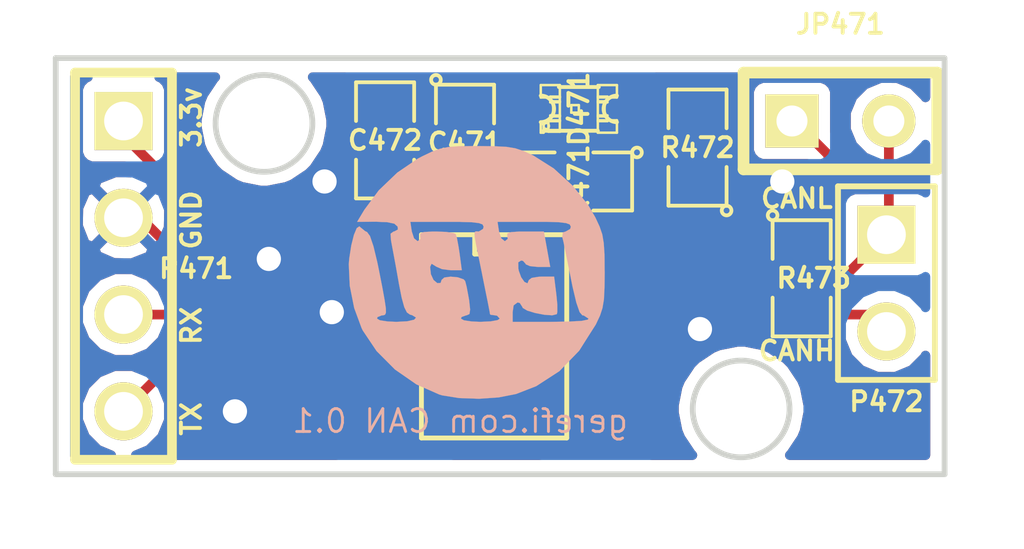
<source format=kicad_pcb>
(kicad_pcb (version 3) (host pcbnew "(2013-07-07 BZR 4022)-stable")

  (general
    (links 18)
    (no_connects 0)
    (area 133.1722 175.8569 160.147001 190.754001)
    (thickness 1.6)
    (drawings 10)
    (tracks 93)
    (zones 0)
    (modules 11)
    (nets 10)
  )

  (page A4)
  (title_block 
    (comment 2 Art_Electro)
    (comment 3 Art_Electro)
    (comment 4 Art_Electro)
  )

  (layers
    (15 F.Cu signal)
    (0 B.Cu signal)
    (16 B.Adhes user)
    (17 F.Adhes user)
    (18 B.Paste user)
    (19 F.Paste user)
    (20 B.SilkS user)
    (21 F.SilkS user)
    (22 B.Mask user)
    (23 F.Mask user)
    (24 Dwgs.User user)
    (25 Cmts.User user)
    (26 Eco1.User user)
    (27 Eco2.User user)
    (28 Edge.Cuts user)
  )

  (setup
    (last_trace_width 0.254)
    (trace_clearance 0.2032)
    (zone_clearance 0.3)
    (zone_45_only no)
    (trace_min 0.254)
    (segment_width 0.2)
    (edge_width 0.15)
    (via_size 0.889)
    (via_drill 0.635)
    (via_min_size 0.889)
    (via_min_drill 0.508)
    (uvia_size 0.508)
    (uvia_drill 0.127)
    (uvias_allowed no)
    (uvia_min_size 0.508)
    (uvia_min_drill 0.127)
    (pcb_text_width 0.3)
    (pcb_text_size 1 1)
    (mod_edge_width 0.15)
    (mod_text_size 1 1)
    (mod_text_width 0.15)
    (pad_size 1 1)
    (pad_drill 0.6)
    (pad_to_mask_clearance 0)
    (aux_axis_origin 0 0)
    (visible_elements 7FFFFB3F)
    (pcbplotparams
      (layerselection 284983297)
      (usegerberextensions true)
      (excludeedgelayer true)
      (linewidth 0.150000)
      (plotframeref false)
      (viasonmask false)
      (mode 1)
      (useauxorigin false)
      (hpglpennumber 1)
      (hpglpenspeed 20)
      (hpglpendiameter 15)
      (hpglpenoverlay 2)
      (psnegative false)
      (psa4output false)
      (plotreference true)
      (plotvalue false)
      (plotothertext true)
      (plotinvisibletext false)
      (padsonsilk false)
      (subtractmaskfromsilk false)
      (outputformat 1)
      (mirror false)
      (drillshape 0)
      (scaleselection 1)
      (outputdirectory gerber))
  )

  (net 0 "")
  (net 1 /3.3V)
  (net 2 /CANH)
  (net 3 /CANL)
  (net 4 /CAN_RX)
  (net 5 /CAN_TX)
  (net 6 GND)
  (net 7 N-0000010)
  (net 8 N-000007)
  (net 9 N-000008)

  (net_class Default "Это класс цепей по умолчанию."
    (clearance 0.2032)
    (trace_width 0.254)
    (via_dia 0.889)
    (via_drill 0.635)
    (uvia_dia 0.508)
    (uvia_drill 0.127)
    (add_net "")
    (add_net /3.3V)
    (add_net /CANH)
    (add_net /CANL)
    (add_net /CAN_RX)
    (add_net /CAN_TX)
    (add_net GND)
    (add_net N-0000010)
    (add_net N-000007)
    (add_net N-000008)
  )

  (module SM0805 (layer F.Cu) (tedit 52BF06C3) (tstamp 52A5B484)
    (at 145.4785 180.086 270)
    (path /52CAD8F7)
    (attr smd)
    (fp_text reference C471 (at 0 0 360) (layer F.SilkS)
      (effects (font (size 0.50038 0.50038) (thickness 0.1016)))
    )
    (fp_text value .1uF (at 0.127 0.889 270) (layer F.SilkS) hide
      (effects (font (size 0.50038 0.50038) (thickness 0.10922)))
    )
    (fp_circle (center -1.651 0.762) (end -1.651 0.635) (layer F.SilkS) (width 0.09906))
    (fp_line (start -0.508 0.762) (end -1.524 0.762) (layer F.SilkS) (width 0.09906))
    (fp_line (start -1.524 0.762) (end -1.524 -0.762) (layer F.SilkS) (width 0.09906))
    (fp_line (start -1.524 -0.762) (end -0.508 -0.762) (layer F.SilkS) (width 0.09906))
    (fp_line (start 0.508 -0.762) (end 1.524 -0.762) (layer F.SilkS) (width 0.09906))
    (fp_line (start 1.524 -0.762) (end 1.524 0.762) (layer F.SilkS) (width 0.09906))
    (fp_line (start 1.524 0.762) (end 0.508 0.762) (layer F.SilkS) (width 0.09906))
    (pad 1 smd rect (at -0.9525 0 270) (size 0.889 1.397)
      (layers F.Cu F.Paste F.Mask)
      (net 6 GND)
    )
    (pad 2 smd rect (at 0.9525 0 270) (size 0.889 1.397)
      (layers F.Cu F.Paste F.Mask)
      (net 1 /3.3V)
    )
    (model smd/chip_cms.wrl
      (at (xyz 0 0 0))
      (scale (xyz 0.1 0.1 0.1))
      (rotate (xyz 0 0 0))
    )
  )

  (module SM0805 (layer F.Cu) (tedit 52BF06B2) (tstamp 52A5B491)
    (at 143.383 180.0225 90)
    (path /52CAD8F6)
    (attr smd)
    (fp_text reference C472 (at 0 0 180) (layer F.SilkS)
      (effects (font (size 0.50038 0.50038) (thickness 0.1016)))
    )
    (fp_text value 4.7uF (at -0.127 1.016 90) (layer F.SilkS) hide
      (effects (font (size 0.50038 0.50038) (thickness 0.10922)))
    )
    (fp_circle (center -1.651 0.762) (end -1.651 0.635) (layer F.SilkS) (width 0.09906))
    (fp_line (start -0.508 0.762) (end -1.524 0.762) (layer F.SilkS) (width 0.09906))
    (fp_line (start -1.524 0.762) (end -1.524 -0.762) (layer F.SilkS) (width 0.09906))
    (fp_line (start -1.524 -0.762) (end -0.508 -0.762) (layer F.SilkS) (width 0.09906))
    (fp_line (start 0.508 -0.762) (end 1.524 -0.762) (layer F.SilkS) (width 0.09906))
    (fp_line (start 1.524 -0.762) (end 1.524 0.762) (layer F.SilkS) (width 0.09906))
    (fp_line (start 1.524 0.762) (end 0.508 0.762) (layer F.SilkS) (width 0.09906))
    (pad 1 smd rect (at -0.9525 0 90) (size 0.889 1.397)
      (layers F.Cu F.Paste F.Mask)
      (net 1 /3.3V)
    )
    (pad 2 smd rect (at 0.9525 0 90) (size 0.889 1.397)
      (layers F.Cu F.Paste F.Mask)
      (net 6 GND)
    )
    (model smd/chip_cms.wrl
      (at (xyz 0 0 0))
      (scale (xyz 0.1 0.1 0.1))
      (rotate (xyz 0 0 0))
    )
  )

  (module LED-0805 (layer F.Cu) (tedit 52E31BFA) (tstamp 52A5B500)
    (at 148.463 179.197 180)
    (descr "LED 0805 smd package")
    (tags "LED 0805 SMD")
    (path /52CAD8DC)
    (attr smd)
    (fp_text reference D471 (at 0 0 270) (layer F.SilkS)
      (effects (font (size 0.50038 0.50038) (thickness 0.1016)))
    )
    (fp_text value RED (at -9.144 -9.398 180) (layer F.SilkS) hide
      (effects (font (size 0.762 0.762) (thickness 0.127)))
    )
    (fp_line (start 0.49784 0.29972) (end 0.49784 0.62484) (layer F.SilkS) (width 0.06604))
    (fp_line (start 0.49784 0.62484) (end 0.99822 0.62484) (layer F.SilkS) (width 0.06604))
    (fp_line (start 0.99822 0.29972) (end 0.99822 0.62484) (layer F.SilkS) (width 0.06604))
    (fp_line (start 0.49784 0.29972) (end 0.99822 0.29972) (layer F.SilkS) (width 0.06604))
    (fp_line (start 0.49784 -0.32258) (end 0.49784 -0.17272) (layer F.SilkS) (width 0.06604))
    (fp_line (start 0.49784 -0.17272) (end 0.7493 -0.17272) (layer F.SilkS) (width 0.06604))
    (fp_line (start 0.7493 -0.32258) (end 0.7493 -0.17272) (layer F.SilkS) (width 0.06604))
    (fp_line (start 0.49784 -0.32258) (end 0.7493 -0.32258) (layer F.SilkS) (width 0.06604))
    (fp_line (start 0.49784 0.17272) (end 0.49784 0.32258) (layer F.SilkS) (width 0.06604))
    (fp_line (start 0.49784 0.32258) (end 0.7493 0.32258) (layer F.SilkS) (width 0.06604))
    (fp_line (start 0.7493 0.17272) (end 0.7493 0.32258) (layer F.SilkS) (width 0.06604))
    (fp_line (start 0.49784 0.17272) (end 0.7493 0.17272) (layer F.SilkS) (width 0.06604))
    (fp_line (start 0.49784 -0.19812) (end 0.49784 0.19812) (layer F.SilkS) (width 0.06604))
    (fp_line (start 0.49784 0.19812) (end 0.6731 0.19812) (layer F.SilkS) (width 0.06604))
    (fp_line (start 0.6731 -0.19812) (end 0.6731 0.19812) (layer F.SilkS) (width 0.06604))
    (fp_line (start 0.49784 -0.19812) (end 0.6731 -0.19812) (layer F.SilkS) (width 0.06604))
    (fp_line (start -0.99822 0.29972) (end -0.99822 0.62484) (layer F.SilkS) (width 0.06604))
    (fp_line (start -0.99822 0.62484) (end -0.49784 0.62484) (layer F.SilkS) (width 0.06604))
    (fp_line (start -0.49784 0.29972) (end -0.49784 0.62484) (layer F.SilkS) (width 0.06604))
    (fp_line (start -0.99822 0.29972) (end -0.49784 0.29972) (layer F.SilkS) (width 0.06604))
    (fp_line (start -0.99822 -0.62484) (end -0.99822 -0.29972) (layer F.SilkS) (width 0.06604))
    (fp_line (start -0.99822 -0.29972) (end -0.49784 -0.29972) (layer F.SilkS) (width 0.06604))
    (fp_line (start -0.49784 -0.62484) (end -0.49784 -0.29972) (layer F.SilkS) (width 0.06604))
    (fp_line (start -0.99822 -0.62484) (end -0.49784 -0.62484) (layer F.SilkS) (width 0.06604))
    (fp_line (start -0.7493 0.17272) (end -0.7493 0.32258) (layer F.SilkS) (width 0.06604))
    (fp_line (start -0.7493 0.32258) (end -0.49784 0.32258) (layer F.SilkS) (width 0.06604))
    (fp_line (start -0.49784 0.17272) (end -0.49784 0.32258) (layer F.SilkS) (width 0.06604))
    (fp_line (start -0.7493 0.17272) (end -0.49784 0.17272) (layer F.SilkS) (width 0.06604))
    (fp_line (start -0.7493 -0.32258) (end -0.7493 -0.17272) (layer F.SilkS) (width 0.06604))
    (fp_line (start -0.7493 -0.17272) (end -0.49784 -0.17272) (layer F.SilkS) (width 0.06604))
    (fp_line (start -0.49784 -0.32258) (end -0.49784 -0.17272) (layer F.SilkS) (width 0.06604))
    (fp_line (start -0.7493 -0.32258) (end -0.49784 -0.32258) (layer F.SilkS) (width 0.06604))
    (fp_line (start -0.6731 -0.19812) (end -0.6731 0.19812) (layer F.SilkS) (width 0.06604))
    (fp_line (start -0.6731 0.19812) (end -0.49784 0.19812) (layer F.SilkS) (width 0.06604))
    (fp_line (start -0.49784 -0.19812) (end -0.49784 0.19812) (layer F.SilkS) (width 0.06604))
    (fp_line (start -0.6731 -0.19812) (end -0.49784 -0.19812) (layer F.SilkS) (width 0.06604))
    (fp_line (start 0 -0.09906) (end 0 0.09906) (layer F.SilkS) (width 0.06604))
    (fp_line (start 0 0.09906) (end 0.19812 0.09906) (layer F.SilkS) (width 0.06604))
    (fp_line (start 0.19812 -0.09906) (end 0.19812 0.09906) (layer F.SilkS) (width 0.06604))
    (fp_line (start 0 -0.09906) (end 0.19812 -0.09906) (layer F.SilkS) (width 0.06604))
    (fp_line (start 0.49784 -0.59944) (end 0.49784 -0.29972) (layer F.SilkS) (width 0.06604))
    (fp_line (start 0.49784 -0.29972) (end 0.79756 -0.29972) (layer F.SilkS) (width 0.06604))
    (fp_line (start 0.79756 -0.59944) (end 0.79756 -0.29972) (layer F.SilkS) (width 0.06604))
    (fp_line (start 0.49784 -0.59944) (end 0.79756 -0.59944) (layer F.SilkS) (width 0.06604))
    (fp_line (start 0.92456 -0.62484) (end 0.92456 -0.39878) (layer F.SilkS) (width 0.06604))
    (fp_line (start 0.92456 -0.39878) (end 0.99822 -0.39878) (layer F.SilkS) (width 0.06604))
    (fp_line (start 0.99822 -0.62484) (end 0.99822 -0.39878) (layer F.SilkS) (width 0.06604))
    (fp_line (start 0.92456 -0.62484) (end 0.99822 -0.62484) (layer F.SilkS) (width 0.06604))
    (fp_line (start 0.52324 0.57404) (end -0.52324 0.57404) (layer F.SilkS) (width 0.1016))
    (fp_line (start -0.49784 -0.57404) (end 0.92456 -0.57404) (layer F.SilkS) (width 0.1016))
    (fp_circle (center 0.84836 -0.44958) (end 0.89916 -0.50038) (layer F.SilkS) (width 0.0508))
    (fp_arc (start 0.99822 0) (end 0.99822 0.34798) (angle 180) (layer F.SilkS) (width 0.1016))
    (fp_arc (start -0.99822 0) (end -0.99822 -0.34798) (angle 180) (layer F.SilkS) (width 0.1016))
    (pad 1 smd rect (at -1.04902 0 180) (size 1.19888 1.19888)
      (layers F.Cu F.Paste F.Mask)
      (net 7 N-0000010)
    )
    (pad 2 smd rect (at 1.04902 0 180) (size 1.19888 1.19888)
      (layers F.Cu F.Paste F.Mask)
      (net 6 GND)
    )
    (model lib/3d/LED_0805.wrl
      (at (xyz 0 0 0))
      (scale (xyz 1 1 1))
      (rotate (xyz 0 0 0))
    )
  )

  (module SM0805 (layer F.Cu) (tedit 52E31BF2) (tstamp 52CAE20D)
    (at 148.336 181.102 180)
    (path /52CAD8DB)
    (attr smd)
    (fp_text reference R471 (at -0.127 0 270) (layer F.SilkS)
      (effects (font (size 0.50038 0.50038) (thickness 0.1016)))
    )
    (fp_text value 1k (at 0 -1.143 180) (layer F.SilkS) hide
      (effects (font (size 0.50038 0.50038) (thickness 0.10922)))
    )
    (fp_circle (center -1.651 0.762) (end -1.651 0.635) (layer F.SilkS) (width 0.09906))
    (fp_line (start -0.508 0.762) (end -1.524 0.762) (layer F.SilkS) (width 0.09906))
    (fp_line (start -1.524 0.762) (end -1.524 -0.762) (layer F.SilkS) (width 0.09906))
    (fp_line (start -1.524 -0.762) (end -0.508 -0.762) (layer F.SilkS) (width 0.09906))
    (fp_line (start 0.508 -0.762) (end 1.524 -0.762) (layer F.SilkS) (width 0.09906))
    (fp_line (start 1.524 -0.762) (end 1.524 0.762) (layer F.SilkS) (width 0.09906))
    (fp_line (start 1.524 0.762) (end 0.508 0.762) (layer F.SilkS) (width 0.09906))
    (pad 1 smd rect (at -0.9525 0 180) (size 0.889 1.397)
      (layers F.Cu F.Paste F.Mask)
      (net 7 N-0000010)
    )
    (pad 2 smd rect (at 0.9525 0 180) (size 0.889 1.397)
      (layers F.Cu F.Paste F.Mask)
      (net 1 /3.3V)
    )
    (model smd/chip_cms.wrl
      (at (xyz 0 0 0))
      (scale (xyz 0.1 0.1 0.1))
      (rotate (xyz 0 0 0))
    )
  )

  (module SM0805 (layer F.Cu) (tedit 52BF0690) (tstamp 52A5B5C2)
    (at 151.5745 180.213 90)
    (path /52CADB46)
    (attr smd)
    (fp_text reference R472 (at 0 0 180) (layer F.SilkS)
      (effects (font (size 0.50038 0.50038) (thickness 0.1016)))
    )
    (fp_text value 10k (at 0 0.889 90) (layer F.SilkS) hide
      (effects (font (size 0.50038 0.50038) (thickness 0.10922)))
    )
    (fp_circle (center -1.651 0.762) (end -1.651 0.635) (layer F.SilkS) (width 0.09906))
    (fp_line (start -0.508 0.762) (end -1.524 0.762) (layer F.SilkS) (width 0.09906))
    (fp_line (start -1.524 0.762) (end -1.524 -0.762) (layer F.SilkS) (width 0.09906))
    (fp_line (start -1.524 -0.762) (end -0.508 -0.762) (layer F.SilkS) (width 0.09906))
    (fp_line (start 0.508 -0.762) (end 1.524 -0.762) (layer F.SilkS) (width 0.09906))
    (fp_line (start 1.524 -0.762) (end 1.524 0.762) (layer F.SilkS) (width 0.09906))
    (fp_line (start 1.524 0.762) (end 0.508 0.762) (layer F.SilkS) (width 0.09906))
    (pad 1 smd rect (at -0.9525 0 90) (size 0.889 1.397)
      (layers F.Cu F.Paste F.Mask)
      (net 8 N-000007)
    )
    (pad 2 smd rect (at 0.9525 0 90) (size 0.889 1.397)
      (layers F.Cu F.Paste F.Mask)
      (net 6 GND)
    )
    (model smd/chip_cms.wrl
      (at (xyz 0 0 0))
      (scale (xyz 0.1 0.1 0.1))
      (rotate (xyz 0 0 0))
    )
  )

  (module LOGO_F (layer B.Cu) (tedit 0) (tstamp 52BD6D4F)
    (at 145.796 183.515)
    (path /52CADA22)
    (fp_text reference G471 (at 0 -4.14782) (layer B.SilkS) hide
      (effects (font (size 1.524 1.524) (thickness 0.3048)) (justify mirror))
    )
    (fp_text value LOGO (at 0 4.14782) (layer B.SilkS) hide
      (effects (font (size 1.524 1.524) (thickness 0.3048)) (justify mirror))
    )
    (fp_poly (pts (xy 3.34518 -0.04318) (xy 3.3401 0.381) (xy 3.32486 0.68326) (xy 3.28676 0.90932)
      (xy 3.22326 1.1049) (xy 3.12166 1.3208) (xy 3.10896 1.3462) (xy 2.921 1.64084)
      (xy 2.921 1.18618) (xy 2.79654 1.1049) (xy 2.75844 1.09982) (xy 2.68732 1.016)
      (xy 2.60096 0.76708) (xy 2.5019 0.35052) (xy 2.46126 0.14732) (xy 2.38252 -0.24638)
      (xy 2.31394 -0.58928) (xy 2.2606 -0.84074) (xy 2.23266 -0.9525) (xy 2.2479 -1.07696)
      (xy 2.32156 -1.09982) (xy 2.4384 -1.16586) (xy 2.45618 -1.22682) (xy 2.42824 -1.28524)
      (xy 2.33172 -1.3208) (xy 2.13868 -1.34366) (xy 1.82372 -1.35382) (xy 1.49606 -1.35382)
      (xy 0.53594 -1.35382) (xy 0.57404 -1.09982) (xy 0.63246 -0.92202) (xy 0.7239 -0.84836)
      (xy 0.72644 -0.84582) (xy 0.80264 -0.90678) (xy 0.79248 -0.97536) (xy 0.79248 -1.04648)
      (xy 0.889 -1.08458) (xy 1.10744 -1.09982) (xy 1.24714 -1.09982) (xy 1.75006 -1.09982)
      (xy 1.83388 -0.635) (xy 1.9177 -0.17018) (xy 1.59258 -0.17018) (xy 1.38684 -0.1905)
      (xy 1.27508 -0.23876) (xy 1.27 -0.254) (xy 1.20142 -0.3302) (xy 1.15316 -0.33782)
      (xy 1.0795 -0.2921) (xy 1.08204 -0.127) (xy 1.0922 -0.07112) (xy 1.1557 0.1016)
      (xy 1.24206 0.22352) (xy 1.3208 0.25908) (xy 1.35382 0.1778) (xy 1.35382 0.17526)
      (xy 1.43002 0.11684) (xy 1.61544 0.08636) (xy 1.68656 0.08382) (xy 2.0193 0.08382)
      (xy 2.07772 0.55372) (xy 2.10312 0.81788) (xy 2.10312 1.01092) (xy 2.09042 1.06934)
      (xy 1.9685 1.09982) (xy 1.76022 1.08458) (xy 1.52146 1.03886) (xy 1.31318 0.97536)
      (xy 1.1938 0.90424) (xy 1.18618 0.88138) (xy 1.1176 0.7747) (xy 1.05918 0.762)
      (xy 0.95758 0.8382) (xy 0.93218 1.016) (xy 0.93218 1.27) (xy 1.95072 1.27)
      (xy 2.42062 1.26238) (xy 2.74066 1.2446) (xy 2.90322 1.21158) (xy 2.921 1.18618)
      (xy 2.921 1.64084) (xy 2.67716 2.02692) (xy 2.15646 2.5654) (xy 1.5494 2.9591)
      (xy 1.02108 3.16484) (xy 0.59182 3.24866) (xy 0.59182 1.18618) (xy 0.52324 1.10998)
      (xy 0.46482 1.09982) (xy 0.35306 1.08458) (xy 0.33782 1.06934) (xy 0.32258 0.98044)
      (xy 0.2794 0.75692) (xy 0.21336 0.4318) (xy 0.13462 0.04064) (xy 0.127 0)
      (xy 0.03556 -0.44958) (xy -0.02794 -0.75692) (xy -0.06096 -0.94996) (xy -0.06858 -1.0541)
      (xy -0.05334 -1.09728) (xy -0.01524 -1.1049) (xy 0.04318 -1.09982) (xy 0.15494 -1.1684)
      (xy 0.17018 -1.22682) (xy 0.14224 -1.28524) (xy 0.04572 -1.3208) (xy -0.14732 -1.34366)
      (xy -0.46228 -1.35382) (xy -0.78994 -1.35382) (xy -1.75006 -1.35382) (xy -1.71196 -1.09982)
      (xy -1.65354 -0.92202) (xy -1.5621 -0.84836) (xy -1.55956 -0.84582) (xy -1.48336 -0.90678)
      (xy -1.49352 -0.97282) (xy -1.49098 -1.04902) (xy -1.39446 -1.08712) (xy -1.1684 -1.09982)
      (xy -1.07188 -1.09982) (xy -0.80772 -1.08966) (xy -0.61976 -1.05918) (xy -0.56134 -1.03378)
      (xy -0.52578 -0.9144) (xy -0.48514 -0.69088) (xy -0.45974 -0.52578) (xy -0.40132 -0.08382)
      (xy -0.69342 -0.08382) (xy -0.91948 -0.11176) (xy -1.07696 -0.18034) (xy -1.08204 -0.18542)
      (xy -1.1938 -0.254) (xy -1.2319 -0.17018) (xy -1.21158 0.02032) (xy -1.143 0.17018)
      (xy -1.04394 0.254) (xy -0.95758 0.24892) (xy -0.93218 0.17018) (xy -0.86106 0.10668)
      (xy -0.69596 0.08382) (xy -0.50546 0.1016) (xy -0.35306 0.15494) (xy -0.31242 0.20066)
      (xy -0.27432 0.35052) (xy -0.2286 0.59436) (xy -0.20828 0.70866) (xy -0.18288 0.94996)
      (xy -0.20066 1.0668) (xy -0.27686 1.09982) (xy -0.28702 1.09982) (xy -0.4064 1.143)
      (xy -0.42418 1.18618) (xy -0.34544 1.22936) (xy -0.14478 1.25984) (xy 0.08382 1.27)
      (xy 0.3556 1.2573) (xy 0.53848 1.22428) (xy 0.59182 1.18618) (xy 0.59182 3.24866)
      (xy 0.5715 3.25374) (xy 0.0508 3.2893) (xy -0.4699 3.27152) (xy -0.91694 3.2004)
      (xy -0.99314 3.17754) (xy -1.59004 2.91338) (xy -2.15392 2.52222) (xy -2.63652 2.03708)
      (xy -2.99974 1.49606) (xy -3.03022 1.43256) (xy -3.22326 0.90932) (xy -3.3401 0.32258)
      (xy -3.3655 -0.2413) (xy -3.3528 -0.39624) (xy -3.29946 -0.7366) (xy -3.23088 -1.01092)
      (xy -3.15722 -1.18872) (xy -3.0861 -1.23698) (xy -3.06578 -1.21666) (xy -2.93624 -1.10998)
      (xy -2.88544 -1.08712) (xy -2.80924 -0.98298) (xy -2.7178 -0.71374) (xy -2.6162 -0.2921)
      (xy -2.57302 -0.08128) (xy -2.48158 0.38354) (xy -2.42316 0.70612) (xy -2.39268 0.9144)
      (xy -2.39014 1.03124) (xy -2.41554 1.08458) (xy -2.4638 1.09982) (xy -2.49682 1.09982)
      (xy -2.61112 1.14554) (xy -2.62382 1.18618) (xy -2.54762 1.22936) (xy -2.34696 1.25984)
      (xy -2.11582 1.27) (xy -1.8288 1.25476) (xy -1.651 1.21412) (xy -1.60274 1.15824)
      (xy -1.7018 1.09728) (xy -1.76276 1.0795) (xy -1.8415 1.02362) (xy -1.91008 0.88646)
      (xy -1.97866 0.63754) (xy -2.05486 0.25146) (xy -2.06248 0.2032) (xy -2.13106 -0.18288)
      (xy -2.19456 -0.52578) (xy -2.24282 -0.78232) (xy -2.25806 -0.86868) (xy -2.27076 -1.0414)
      (xy -2.19202 -1.09982) (xy -2.1717 -1.10236) (xy -2.07772 -1.15316) (xy -2.08534 -1.22936)
      (xy -2.1717 -1.30556) (xy -2.36728 -1.3462) (xy -2.6416 -1.35636) (xy -3.14706 -1.35382)
      (xy -2.95656 -1.67132) (xy -2.5781 -2.18186) (xy -2.09296 -2.64668) (xy -1.55702 -3.01244)
      (xy -1.44018 -3.0734) (xy -1.18618 -3.19532) (xy -0.97536 -3.27152) (xy -0.75692 -3.31724)
      (xy -0.48514 -3.33756) (xy -0.10668 -3.34264) (xy 0.04064 -3.34264) (xy 0.46482 -3.33756)
      (xy 0.76962 -3.32232) (xy 1.00076 -3.28422) (xy 1.2065 -3.21564) (xy 1.43764 -3.1115)
      (xy 1.47574 -3.09372) (xy 2.00914 -2.7559) (xy 2.50444 -2.30378) (xy 2.91592 -1.78816)
      (xy 3.10134 -1.46812) (xy 3.21056 -1.2319) (xy 3.28168 -1.02616) (xy 3.31978 -0.8001)
      (xy 3.3401 -0.50546) (xy 3.34264 -0.09398) (xy 3.34518 -0.04318) (xy 3.34518 -0.04318)) (layer B.SilkS) (width 0.00254))
  )

  (module PIN_ARRAY_4x1 (layer F.Cu) (tedit 52CAE529) (tstamp 52CAE5B8)
    (at 136.525 183.3245 270)
    (descr "Double rangee de contacts 2 x 5 pins")
    (tags CONN)
    (path /52CADBD0)
    (fp_text reference P471 (at 0.0635 -1.905 360) (layer F.SilkS)
      (effects (font (size 0.50038 0.50038) (thickness 0.1016)))
    )
    (fp_text value CONN_4 (at 0 2.54 270) (layer F.SilkS) hide
      (effects (font (size 1.016 1.016) (thickness 0.2032)))
    )
    (fp_line (start 5.08 1.27) (end -5.08 1.27) (layer F.SilkS) (width 0.254))
    (fp_line (start 5.08 -1.27) (end -5.08 -1.27) (layer F.SilkS) (width 0.254))
    (fp_line (start -5.08 -1.27) (end -5.08 1.27) (layer F.SilkS) (width 0.254))
    (fp_line (start 5.08 1.27) (end 5.08 -1.27) (layer F.SilkS) (width 0.254))
    (pad 1 thru_hole rect (at -3.81 0 270) (size 1.524 1.524) (drill 1.016)
      (layers *.Cu *.Mask F.SilkS)
      (net 1 /3.3V)
    )
    (pad 2 thru_hole circle (at -1.27 0 270) (size 1.524 1.524) (drill 1.016)
      (layers *.Cu *.Mask F.SilkS)
      (net 6 GND)
    )
    (pad 3 thru_hole circle (at 1.27 0 270) (size 1.524 1.524) (drill 1.016)
      (layers *.Cu *.Mask F.SilkS)
      (net 4 /CAN_RX)
    )
    (pad 4 thru_hole circle (at 3.81 0 270) (size 1.524 1.524) (drill 1.016)
      (layers *.Cu *.Mask F.SilkS)
      (net 5 /CAN_TX)
    )
    (model pin_array\pins_array_4x1.wrl
      (at (xyz 0 0 0))
      (scale (xyz 1 1 1))
      (rotate (xyz 0 0 0))
    )
  )

  (module PIN_ARRAY_2_A (layer F.Cu) (tedit 52CD31BA) (tstamp 52CAE14B)
    (at 156.5275 183.769 270)
    (descr "Connecter 2 pins")
    (tags "PIN 2")
    (path /52CADBC1)
    (fp_text reference P472 (at 3.1115 0 360) (layer F.SilkS)
      (effects (font (size 0.50038 0.50038) (thickness 0.1016)))
    )
    (fp_text value CONN_2 (at 0 1.905 270) (layer F.SilkS) hide
      (effects (font (size 0.762 0.762) (thickness 0.1524)))
    )
    (fp_line (start -2.54 1.27) (end -2.54 -1.27) (layer F.SilkS) (width 0.1524))
    (fp_line (start -2.54 -1.27) (end 2.54 -1.27) (layer F.SilkS) (width 0.1524))
    (fp_line (start 2.54 -1.27) (end 2.54 1.27) (layer F.SilkS) (width 0.1524))
    (fp_line (start 2.54 1.27) (end -2.54 1.27) (layer F.SilkS) (width 0.1524))
    (pad 1 thru_hole rect (at -1.27 0 270) (size 1.524 1.524) (drill 1.016)
      (layers *.Cu *.Mask F.SilkS)
      (net 3 /CANL)
    )
    (pad 2 thru_hole circle (at 1.27 0 270) (size 1.524 1.524) (drill 1.016)
      (layers *.Cu *.Mask F.SilkS)
      (net 2 /CANH)
    )
    (model pin_array/pins_array_2x1.wrl
      (at (xyz 0 0 0))
      (scale (xyz 1 1 1))
      (rotate (xyz 0 0 0))
    )
  )

  (module SO8E (layer F.Cu) (tedit 52E31C8B) (tstamp 52CAE154)
    (at 146.2405 185.166 270)
    (descr "module CMS SOJ 8 pins etroit")
    (tags "CMS SOJ")
    (path /52CD2CA4)
    (attr smd)
    (fp_text reference U471 (at 0 -0.889 360) (layer F.SilkS)
      (effects (font (size 0.50038 0.50038) (thickness 0.1016)))
    )
    (fp_text value SN65HVD230 (at 0 1.016 270) (layer F.SilkS) hide
      (effects (font (size 0.889 0.889) (thickness 0.1524)))
    )
    (fp_line (start -2.667 1.778) (end -2.667 1.905) (layer F.SilkS) (width 0.127))
    (fp_line (start -2.667 1.905) (end 2.667 1.905) (layer F.SilkS) (width 0.127))
    (fp_line (start 2.667 -1.905) (end -2.667 -1.905) (layer F.SilkS) (width 0.127))
    (fp_line (start -2.667 -1.905) (end -2.667 1.778) (layer F.SilkS) (width 0.127))
    (fp_line (start -2.667 -0.508) (end -2.159 -0.508) (layer F.SilkS) (width 0.127))
    (fp_line (start -2.159 -0.508) (end -2.159 0.508) (layer F.SilkS) (width 0.127))
    (fp_line (start -2.159 0.508) (end -2.667 0.508) (layer F.SilkS) (width 0.127))
    (fp_line (start 2.667 -1.905) (end 2.667 1.905) (layer F.SilkS) (width 0.127))
    (pad 8 smd rect (at -1.905 -2.667 270) (size 0.59944 1.39954)
      (layers F.Cu F.Paste F.Mask)
      (net 8 N-000007)
    )
    (pad 1 smd rect (at -1.905 2.667 270) (size 0.59944 1.39954)
      (layers F.Cu F.Paste F.Mask)
      (net 5 /CAN_TX)
    )
    (pad 7 smd rect (at -0.635 -2.667 270) (size 0.59944 1.39954)
      (layers F.Cu F.Paste F.Mask)
      (net 2 /CANH)
    )
    (pad 6 smd rect (at 0.635 -2.667 270) (size 0.59944 1.39954)
      (layers F.Cu F.Paste F.Mask)
      (net 3 /CANL)
    )
    (pad 5 smd rect (at 1.905 -2.667 270) (size 0.59944 1.39954)
      (layers F.Cu F.Paste F.Mask)
    )
    (pad 2 smd rect (at -0.635 2.667 270) (size 0.59944 1.39954)
      (layers F.Cu F.Paste F.Mask)
      (net 6 GND)
    )
    (pad 3 smd rect (at 0.635 2.667 270) (size 0.59944 1.39954)
      (layers F.Cu F.Paste F.Mask)
      (net 1 /3.3V)
    )
    (pad 4 smd rect (at 1.905 2.667 270) (size 0.59944 1.39954)
      (layers F.Cu F.Paste F.Mask)
      (net 4 /CAN_RX)
    )
    (model smd/cms_so8.wrl
      (at (xyz 0 0 0))
      (scale (xyz 0.5 0.32 0.5))
      (rotate (xyz 0 0 0))
    )
  )

  (module SIL-2 (layer F.Cu) (tedit 52CD2E18) (tstamp 52CD2E9F)
    (at 155.321 179.5145)
    (descr "Connecteurs 2 pins")
    (tags "CONN DEV")
    (path /52CD2DEF)
    (fp_text reference JP471 (at 0 -2.54) (layer F.SilkS)
      (effects (font (size 0.50038 0.50038) (thickness 0.1016)))
    )
    (fp_text value JUMPER (at 0 -2.54) (layer F.SilkS) hide
      (effects (font (size 1.524 1.016) (thickness 0.3048)))
    )
    (fp_line (start -2.54 1.27) (end -2.54 -1.27) (layer F.SilkS) (width 0.3048))
    (fp_line (start -2.54 -1.27) (end 2.54 -1.27) (layer F.SilkS) (width 0.3048))
    (fp_line (start 2.54 -1.27) (end 2.54 1.27) (layer F.SilkS) (width 0.3048))
    (fp_line (start 2.54 1.27) (end -2.54 1.27) (layer F.SilkS) (width 0.3048))
    (pad 1 thru_hole rect (at -1.27 0) (size 1.397 1.397) (drill 0.8128)
      (layers *.Cu *.Mask F.SilkS)
      (net 9 N-000008)
    )
    (pad 2 thru_hole circle (at 1.27 0) (size 1.397 1.397) (drill 0.8128)
      (layers *.Cu *.Mask F.SilkS)
      (net 3 /CANL)
    )
    (model lib/3d/jumper-2.wrl
      (at (xyz 0 0 0))
      (scale (xyz 1 1 1))
      (rotate (xyz 0 0 0))
    )
  )

  (module SM0805 (layer F.Cu) (tedit 52E31BC9) (tstamp 52CD2EAC)
    (at 154.305 183.642 270)
    (path /52CD2DE2)
    (attr smd)
    (fp_text reference R473 (at 0 -0.3175 360) (layer F.SilkS)
      (effects (font (size 0.50038 0.50038) (thickness 0.10922)))
    )
    (fp_text value 120 (at 0 0.381 270) (layer F.SilkS) hide
      (effects (font (size 0.50038 0.50038) (thickness 0.10922)))
    )
    (fp_circle (center -1.651 0.762) (end -1.651 0.635) (layer F.SilkS) (width 0.09906))
    (fp_line (start -0.508 0.762) (end -1.524 0.762) (layer F.SilkS) (width 0.09906))
    (fp_line (start -1.524 0.762) (end -1.524 -0.762) (layer F.SilkS) (width 0.09906))
    (fp_line (start -1.524 -0.762) (end -0.508 -0.762) (layer F.SilkS) (width 0.09906))
    (fp_line (start 0.508 -0.762) (end 1.524 -0.762) (layer F.SilkS) (width 0.09906))
    (fp_line (start 1.524 -0.762) (end 1.524 0.762) (layer F.SilkS) (width 0.09906))
    (fp_line (start 1.524 0.762) (end 0.508 0.762) (layer F.SilkS) (width 0.09906))
    (pad 1 smd rect (at -0.9525 0 270) (size 0.889 1.397)
      (layers F.Cu F.Paste F.Mask)
      (net 9 N-000008)
    )
    (pad 2 smd rect (at 0.9525 0 270) (size 0.889 1.397)
      (layers F.Cu F.Paste F.Mask)
      (net 2 /CANH)
    )
    (model smd/chip_cms.wrl
      (at (xyz 0 0 0))
      (scale (xyz 0.1 0.1 0.1))
      (rotate (xyz 0 0 0))
    )
  )

  (gr_text "gerefi.com CAN 0.1" (at 145.3515 187.3885) (layer B.SilkS)
    (effects (font (size 0.6 0.6) (thickness 0.075)) (justify mirror))
  )
  (gr_text CANL (at 154.178 181.5465) (layer F.SilkS)
    (effects (font (size 0.50038 0.50038) (thickness 0.1016)))
  )
  (gr_text CANH (at 154.178 185.547) (layer F.SilkS)
    (effects (font (size 0.50038 0.50038) (thickness 0.1016)))
  )
  (gr_text "TX    RX    GND   3.3v" (at 138.303 183.1975 90) (layer F.SilkS)
    (effects (font (size 0.50038 0.50038) (thickness 0.1016)))
  )
  (gr_line (start 158.0515 188.7855) (end 158.0515 177.927) (angle 90) (layer Edge.Cuts) (width 0.15))
  (gr_line (start 134.747 188.7855) (end 158.0515 188.7855) (angle 90) (layer Edge.Cuts) (width 0.15))
  (gr_circle (center 140.208 179.578) (end 141.478 179.578) (layer Edge.Cuts) (width 0.15))
  (gr_line (start 158.0515 177.8635) (end 134.747 177.8635) (angle 90) (layer Edge.Cuts) (width 0.15))
  (gr_line (start 134.747 177.8635) (end 134.747 188.7855) (angle 90) (layer Edge.Cuts) (width 0.15))
  (gr_circle (center 152.7175 187.071) (end 153.9875 187.071) (layer Edge.Cuts) (width 0.15))

  (segment (start 143.5735 185.801) (end 141.986 185.801) (width 0.254) (layer F.Cu) (net 1))
  (segment (start 141.6685 183.515) (end 141.6685 182.118) (width 0.254) (layer F.Cu) (net 1) (tstamp 52CAEBE8))
  (segment (start 141.1605 184.023) (end 141.6685 183.515) (width 0.254) (layer F.Cu) (net 1) (tstamp 52CAEBE2))
  (segment (start 141.1605 184.9755) (end 141.1605 184.023) (width 0.254) (layer F.Cu) (net 1) (tstamp 52CAEBDC))
  (segment (start 141.986 185.801) (end 141.1605 184.9755) (width 0.254) (layer F.Cu) (net 1) (tstamp 52CAEBD8))
  (segment (start 136.525 179.5145) (end 136.525 179.8955) (width 0.254) (layer F.Cu) (net 1))
  (segment (start 142.24 182.118) (end 143.383 180.975) (width 0.254) (layer F.Cu) (net 1) (tstamp 52CAE72A))
  (segment (start 138.7475 182.118) (end 141.6685 182.118) (width 0.254) (layer F.Cu) (net 1) (tstamp 52CAE728))
  (segment (start 141.6685 182.118) (end 142.24 182.118) (width 0.254) (layer F.Cu) (net 1) (tstamp 52CAEBEC))
  (segment (start 136.525 179.8955) (end 138.7475 182.118) (width 0.254) (layer F.Cu) (net 1) (tstamp 52CAE727))
  (segment (start 145.4785 181.0385) (end 143.4465 181.0385) (width 0.254) (layer F.Cu) (net 1))
  (segment (start 143.4465 181.0385) (end 143.383 180.975) (width 0.254) (layer F.Cu) (net 1) (tstamp 52CAE5D4))
  (segment (start 147.3835 181.102) (end 145.542 181.102) (width 0.254) (layer F.Cu) (net 1))
  (segment (start 145.542 181.102) (end 145.4785 181.0385) (width 0.254) (layer F.Cu) (net 1) (tstamp 52CAE5D1))
  (segment (start 150.6855 184.404) (end 150.698202 184.404) (width 0.254) (layer F.Cu) (net 2))
  (segment (start 147.574 185.039) (end 147.574 187.6425) (width 0.254) (layer F.Cu) (net 2) (tstamp 52CAEE2D))
  (segment (start 147.574 187.6425) (end 147.8915 187.96) (width 0.254) (layer F.Cu) (net 2) (tstamp 52CAEE2F))
  (segment (start 147.8915 187.96) (end 149.9235 187.96) (width 0.254) (layer F.Cu) (net 2) (tstamp 52CAEE31))
  (segment (start 149.9235 187.96) (end 150.241 187.6425) (width 0.254) (layer F.Cu) (net 2) (tstamp 52CAEE34))
  (segment (start 150.241 187.6425) (end 150.241 185.928) (width 0.254) (layer F.Cu) (net 2) (tstamp 52CAEE37))
  (segment (start 150.241 185.928) (end 150.6855 185.4835) (width 0.254) (layer F.Cu) (net 2) (tstamp 52CAEE3C))
  (segment (start 150.6855 185.4835) (end 150.6855 184.404) (width 0.254) (layer F.Cu) (net 2) (tstamp 52CAEE3F))
  (segment (start 148.082 184.531) (end 147.574 185.039) (width 0.254) (layer F.Cu) (net 2) (tstamp 52CAEE29))
  (segment (start 148.9075 184.531) (end 148.082 184.531) (width 0.254) (layer F.Cu) (net 2))
  (segment (start 153.746202 184.035702) (end 154.305 184.5945) (width 0.254) (layer F.Cu) (net 2) (tstamp 52CD3153))
  (segment (start 151.0665 184.035702) (end 153.746202 184.035702) (width 0.254) (layer F.Cu) (net 2) (tstamp 52CD314F))
  (segment (start 150.698202 184.404) (end 151.0665 184.035702) (width 0.254) (layer F.Cu) (net 2) (tstamp 52CD314C))
  (segment (start 154.305 184.5945) (end 156.083 184.5945) (width 0.254) (layer F.Cu) (net 2))
  (segment (start 156.083 184.5945) (end 156.5275 185.039) (width 0.254) (layer F.Cu) (net 2) (tstamp 52CD30A6))
  (segment (start 156.5275 182.499) (end 155.448 183.5785) (width 0.254) (layer F.Cu) (net 3))
  (segment (start 149.6695 185.801) (end 150.1775 185.293) (width 0.254) (layer F.Cu) (net 3) (tstamp 52CAEDDE))
  (segment (start 150.1775 185.293) (end 150.241 183.896) (width 0.254) (layer F.Cu) (net 3) (tstamp 52CAEDE2))
  (segment (start 149.6695 185.801) (end 148.9075 185.801) (width 0.254) (layer F.Cu) (net 3))
  (segment (start 150.697082 183.5785) (end 150.241 183.896) (width 0.254) (layer F.Cu) (net 3) (tstamp 52CD3110))
  (segment (start 155.448 183.5785) (end 150.697082 183.5785) (width 0.254) (layer F.Cu) (net 3) (tstamp 52CD310B))
  (segment (start 156.591 179.5145) (end 156.591 182.4355) (width 0.254) (layer F.Cu) (net 3))
  (segment (start 156.591 182.4355) (end 156.5275 182.499) (width 0.254) (layer F.Cu) (net 3) (tstamp 52CD309A))
  (segment (start 136.525 184.5945) (end 140.0175 184.5945) (width 0.254) (layer F.Cu) (net 4))
  (segment (start 142.494 187.071) (end 143.5735 187.071) (width 0.254) (layer F.Cu) (net 4) (tstamp 52CAEC02))
  (segment (start 140.0175 184.5945) (end 142.494 187.071) (width 0.254) (layer F.Cu) (net 4) (tstamp 52CAEBF7))
  (segment (start 143.5735 183.261) (end 144.526 183.261) (width 0.254) (layer F.Cu) (net 5))
  (segment (start 138.4935 185.166) (end 136.525 187.1345) (width 0.254) (layer F.Cu) (net 5) (tstamp 52CAECAD))
  (segment (start 139.7635 185.166) (end 138.4935 185.166) (width 0.254) (layer F.Cu) (net 5) (tstamp 52CAECAB))
  (segment (start 142.5575 187.96) (end 139.7635 185.166) (width 0.254) (layer F.Cu) (net 5) (tstamp 52CAEC9F))
  (segment (start 144.7165 187.96) (end 142.5575 187.96) (width 0.254) (layer F.Cu) (net 5) (tstamp 52CAEC99))
  (segment (start 145.0975 187.579) (end 144.7165 187.96) (width 0.254) (layer F.Cu) (net 5) (tstamp 52CAEC94))
  (segment (start 145.0975 183.8325) (end 145.0975 187.579) (width 0.254) (layer F.Cu) (net 5) (tstamp 52CAEC8B))
  (segment (start 144.526 183.261) (end 145.0975 183.8325) (width 0.254) (layer F.Cu) (net 5) (tstamp 52CAEC89))
  (segment (start 151.5745 179.2605) (end 152.527 179.2605) (width 0.254) (layer F.Cu) (net 6))
  (via (at 151.638 184.9755) (size 0.889) (layers F.Cu B.Cu) (net 6))
  (segment (start 151.638 183.261) (end 151.638 184.9755) (width 0.254) (layer B.Cu) (net 6) (tstamp 52CD3230))
  (segment (start 153.797 181.102) (end 151.638 183.261) (width 0.254) (layer B.Cu) (net 6) (tstamp 52CD322F))
  (via (at 153.797 181.102) (size 0.889) (layers F.Cu B.Cu) (net 6))
  (segment (start 153.289 181.102) (end 153.797 181.102) (width 0.254) (layer F.Cu) (net 6) (tstamp 52CD322B))
  (segment (start 152.8445 180.6575) (end 153.289 181.102) (width 0.254) (layer F.Cu) (net 6) (tstamp 52CD3228))
  (segment (start 152.8445 179.578) (end 152.8445 180.6575) (width 0.254) (layer F.Cu) (net 6) (tstamp 52CD3226))
  (segment (start 152.527 179.2605) (end 152.8445 179.578) (width 0.254) (layer F.Cu) (net 6) (tstamp 52CD3221))
  (segment (start 140.335 183.134) (end 140.335 186.2455) (width 0.254) (layer B.Cu) (net 6))
  (via (at 139.446 187.1345) (size 0.889) (layers F.Cu B.Cu) (net 6))
  (segment (start 140.335 186.2455) (end 139.446 187.1345) (width 0.254) (layer B.Cu) (net 6) (tstamp 52CAECE8))
  (segment (start 143.5735 184.531) (end 141.986 184.531) (width 0.254) (layer F.Cu) (net 6))
  (segment (start 140.589 183.134) (end 140.335 183.134) (width 0.254) (layer B.Cu) (net 6) (tstamp 52CAEBC0))
  (segment (start 141.986 184.531) (end 140.589 183.134) (width 0.254) (layer B.Cu) (net 6) (tstamp 52CAEBBF))
  (via (at 141.986 184.531) (size 0.889) (layers F.Cu B.Cu) (net 6))
  (segment (start 136.525 182.0545) (end 136.9695 182.0545) (width 0.254) (layer F.Cu) (net 6))
  (segment (start 136.9695 182.0545) (end 138.049 183.134) (width 0.254) (layer F.Cu) (net 6) (tstamp 52CAE738))
  (segment (start 138.049 183.134) (end 140.335 183.134) (width 0.254) (layer F.Cu) (net 6) (tstamp 52CAE739))
  (segment (start 143.5735 184.531) (end 143.0655 184.531) (width 0.254) (layer F.Cu) (net 6) (status 80000))
  (segment (start 140.335 183.515) (end 140.335 183.134) (width 0.254) (layer F.Cu) (net 6) (status 80000))
  (via (at 140.335 183.134) (size 0.889) (layers F.Cu B.Cu) (net 6) (status 80000))
  (segment (start 140.335 183.134) (end 142.0495 181.356) (width 0.254) (layer B.Cu) (net 6) (status 80000))
  (segment (start 143.4465 179.07) (end 143.383 179.07) (width 0.254) (layer F.Cu) (net 6) (tstamp 52CAE730) (status 80000))
  (segment (start 142.4305 180.086) (end 143.4465 179.07) (width 0.254) (layer F.Cu) (net 6) (status 80000))
  (segment (start 142.3035 180.086) (end 142.4305 180.086) (width 0.254) (layer F.Cu) (net 6) (status 80000))
  (segment (start 142.3035 180.594) (end 142.3035 180.086) (width 0.254) (layer F.Cu) (net 6) (status 80000))
  (segment (start 141.7955 181.102) (end 142.3035 180.594) (width 0.254) (layer F.Cu) (net 6) (status 80000))
  (via (at 141.7955 181.102) (size 0.889) (layers F.Cu B.Cu) (net 6) (status 80000))
  (segment (start 142.0495 181.356) (end 141.7955 181.102) (width 0.254) (layer B.Cu) (net 6) (status 80000))
  (segment (start 143.383 179.07) (end 145.3515 179.07) (width 0.254) (layer F.Cu) (net 6) (status 80000))
  (segment (start 145.3515 179.07) (end 145.4785 179.197) (width 0.254) (layer F.Cu) (net 6) (status 80000))
  (segment (start 145.4785 179.197) (end 145.4785 179.1335) (width 0.254) (layer F.Cu) (net 6) (tstamp 52CAE72F) (status 80000))
  (segment (start 145.4785 179.1335) (end 145.4785 179.197) (width 0.254) (layer F.Cu) (net 6) (status 80000))
  (segment (start 145.4785 179.197) (end 147.41398 179.197) (width 0.254) (layer F.Cu) (net 6) (status 80000))
  (segment (start 149.2885 181.102) (end 149.2885 179.42052) (width 0.254) (layer F.Cu) (net 7))
  (segment (start 149.2885 179.42052) (end 149.51202 179.197) (width 0.254) (layer F.Cu) (net 7) (tstamp 52CAE5D7))
  (segment (start 148.9075 183.261) (end 149.987 183.261) (width 0.254) (layer F.Cu) (net 8))
  (segment (start 152.0825 181.1655) (end 152.0825 181.1655) (width 0.254) (layer F.Cu) (net 8) (tstamp 52CAED7E))
  (segment (start 149.987 183.261) (end 152.0825 181.1655) (width 0.254) (layer F.Cu) (net 8) (tstamp 52CAED7A))
  (segment (start 151.5745 181.229) (end 151.511 181.229) (width 0.254) (layer F.Cu) (net 8) (tstamp 52CAE731) (status 80000))
  (segment (start 154.051 179.5145) (end 154.1145 179.5145) (width 0.254) (layer F.Cu) (net 9))
  (segment (start 155.0035 181.991) (end 154.305 182.6895) (width 0.254) (layer F.Cu) (net 9) (tstamp 52CD312F))
  (segment (start 155.0035 180.4035) (end 155.0035 181.991) (width 0.254) (layer F.Cu) (net 9) (tstamp 52CD312D))
  (segment (start 154.1145 179.5145) (end 155.0035 180.4035) (width 0.254) (layer F.Cu) (net 9) (tstamp 52CD3125))

  (zone (net 6) (net_name GND) (layer F.Cu) (tstamp 52CAE7CC) (hatch edge 0.508)
    (connect_pads (clearance 0.3))
    (min_thickness 0.25)
    (fill (arc_segments 16) (thermal_gap 0.3) (thermal_bridge_width 0.3))
    (polygon
      (pts
        (xy 134.1755 177.165) (xy 134.1755 189.5475) (xy 159.1945 189.484) (xy 159.258 177.165)
      )
    )
    (filled_polygon
      (pts
        (xy 141.1165 183.286354) (xy 140.770177 183.632677) (xy 140.650518 183.811758) (xy 140.6085 184.023) (xy 140.6085 184.404854)
        (xy 140.407823 184.204177) (xy 140.228742 184.084518) (xy 140.0175 184.0425) (xy 137.581253 184.0425) (xy 137.531876 183.922997)
        (xy 137.28777 183.678465) (xy 137.28777 182.852626) (xy 136.525 182.089855) (xy 136.489645 182.12521) (xy 136.489645 182.0545)
        (xy 135.726874 181.29173) (xy 135.531399 181.363508) (xy 135.342601 181.796342) (xy 135.333812 182.268478) (xy 135.506372 182.708038)
        (xy 135.531399 182.745492) (xy 135.726874 182.81727) (xy 136.489645 182.0545) (xy 136.489645 182.12521) (xy 135.76223 182.852626)
        (xy 135.834008 183.048101) (xy 136.266842 183.236899) (xy 136.738978 183.245688) (xy 137.178538 183.073128) (xy 137.215992 183.048101)
        (xy 137.28777 182.852626) (xy 137.28777 183.678465) (xy 137.198259 183.588798) (xy 136.762145 183.407707) (xy 136.289927 183.407295)
        (xy 135.853497 183.587624) (xy 135.519298 183.921241) (xy 135.338207 184.357355) (xy 135.337795 184.829573) (xy 135.518124 185.266003)
        (xy 135.851741 185.600202) (xy 136.287855 185.781293) (xy 136.760073 185.781705) (xy 137.196503 185.601376) (xy 137.530702 185.267759)
        (xy 137.581053 185.1465) (xy 137.732354 185.1465) (xy 136.88156 185.997293) (xy 136.762145 185.947707) (xy 136.289927 185.947295)
        (xy 135.853497 186.127624) (xy 135.519298 186.461241) (xy 135.338207 186.897355) (xy 135.337795 187.369573) (xy 135.518124 187.806003)
        (xy 135.851741 188.140202) (xy 136.201656 188.2855) (xy 135.247 188.2855) (xy 135.247 178.3635) (xy 135.591529 178.3635)
        (xy 135.522571 178.391993) (xy 135.402913 178.511443) (xy 135.338074 178.667592) (xy 135.337927 178.836667) (xy 135.337927 180.360667)
        (xy 135.402493 180.516929) (xy 135.521943 180.636587) (xy 135.678092 180.701426) (xy 135.847167 180.701573) (xy 136.550427 180.701573)
        (xy 136.719775 180.870921) (xy 136.311022 180.863312) (xy 135.871462 181.035872) (xy 135.834008 181.060899) (xy 135.76223 181.256374)
        (xy 136.525 182.019145) (xy 136.539142 182.005002) (xy 136.574497 182.040357) (xy 136.560355 182.0545) (xy 137.323126 182.81727)
        (xy 137.518601 182.745492) (xy 137.707399 182.312658) (xy 137.715698 181.866843) (xy 138.357174 182.508319) (xy 138.357177 182.508323)
        (xy 138.536258 182.627981) (xy 138.536259 182.627982) (xy 138.7475 182.67) (xy 141.1165 182.67) (xy 141.1165 183.286354)
      )
    )
    (filled_polygon
      (pts
        (xy 142.102354 188.2855) (xy 136.847695 188.2855) (xy 137.196503 188.141376) (xy 137.530702 187.807759) (xy 137.711793 187.371645)
        (xy 137.712205 186.899427) (xy 137.662065 186.77808) (xy 138.722146 185.718) (xy 139.534854 185.718) (xy 142.102354 188.2855)
      )
    )
    (filled_polygon
      (pts
        (xy 146.581401 180.159959) (xy 146.578913 180.162443) (xy 146.514074 180.318592) (xy 146.514064 180.330087) (xy 146.418057 180.233913)
        (xy 146.261908 180.169074) (xy 146.092833 180.168927) (xy 145.4535 180.168927) (xy 144.695833 180.168927) (xy 144.539571 180.233493)
        (xy 144.453947 180.318968) (xy 144.442007 180.290071) (xy 144.322557 180.170413) (xy 144.166408 180.105574) (xy 143.997333 180.105427)
        (xy 143.358 180.105427) (xy 143.358 179.83325) (xy 143.358 179.095) (xy 142.36575 179.095) (xy 142.2595 179.20125)
        (xy 142.259427 179.598667) (xy 142.323993 179.754929) (xy 142.443443 179.874587) (xy 142.599592 179.939426) (xy 142.768667 179.939573)
        (xy 143.25175 179.9395) (xy 143.358 179.83325) (xy 143.358 180.105427) (xy 142.600333 180.105427) (xy 142.444071 180.169993)
        (xy 142.324413 180.289443) (xy 142.259574 180.445592) (xy 142.259427 180.614667) (xy 142.259427 181.317927) (xy 142.011354 181.566)
        (xy 141.6685 181.566) (xy 138.976145 181.566) (xy 137.711977 180.301832) (xy 137.712073 180.192333) (xy 137.712073 178.668333)
        (xy 137.647507 178.512071) (xy 137.528057 178.392413) (xy 137.458427 178.3635) (xy 138.932381 178.3635) (xy 138.893637 178.402312)
        (xy 138.619718 178.813037) (xy 138.618272 178.814486) (xy 138.543771 178.994791) (xy 138.447522 179.480883) (xy 138.447606 179.578)
        (xy 138.447522 179.675117) (xy 138.543771 180.161209) (xy 138.618272 180.341514) (xy 138.619718 180.342962) (xy 138.893637 180.753688)
        (xy 139.031467 180.891758) (xy 139.033368 180.892547) (xy 139.443002 181.16574) (xy 139.444569 181.167304) (xy 139.624875 181.241805)
        (xy 140.107996 181.337464) (xy 140.110027 181.338308) (xy 140.305117 181.338478) (xy 140.791209 181.242229) (xy 140.971514 181.167728)
        (xy 140.972962 181.166281) (xy 141.383688 180.892363) (xy 141.521758 180.754533) (xy 141.522547 180.752631) (xy 141.79574 180.342997)
        (xy 141.797304 180.341431) (xy 141.871805 180.161125) (xy 141.96782 179.676207) (xy 141.967883 179.676057) (xy 141.967883 179.67589)
        (xy 141.968053 179.675033) (xy 141.967968 179.578) (xy 141.968053 179.480967) (xy 141.967883 179.480109) (xy 141.967883 179.479943)
        (xy 141.96782 179.479792) (xy 141.871805 178.994875) (xy 141.797304 178.814569) (xy 141.79574 178.813002) (xy 141.522547 178.403368)
        (xy 141.521758 178.401467) (xy 141.483724 178.3635) (xy 142.345526 178.3635) (xy 142.323993 178.385071) (xy 142.259427 178.541333)
        (xy 142.2595 178.93875) (xy 142.36575 179.045) (xy 143.358 179.045) (xy 143.358 179.025) (xy 143.408 179.025)
        (xy 143.408 179.045) (xy 143.428 179.045) (xy 143.428 179.095) (xy 143.408 179.095) (xy 143.408 179.83325)
        (xy 143.51425 179.9395) (xy 143.997333 179.939573) (xy 144.166408 179.939426) (xy 144.322557 179.874587) (xy 144.407527 179.789469)
        (xy 144.419493 179.818429) (xy 144.538943 179.938087) (xy 144.695092 180.002926) (xy 144.864167 180.003073) (xy 145.34725 180.003)
        (xy 145.4535 179.89675) (xy 145.4535 179.1585) (xy 145.4335 179.1585) (xy 145.4335 179.1085) (xy 145.4535 179.1085)
        (xy 145.4535 179.0885) (xy 145.5035 179.0885) (xy 145.5035 179.1085) (xy 145.5235 179.1085) (xy 145.5235 179.1585)
        (xy 145.5035 179.1585) (xy 145.5035 179.89675) (xy 145.60975 180.003) (xy 146.092833 180.003073) (xy 146.261908 180.002926)
        (xy 146.413892 179.939816) (xy 146.454453 180.037497) (xy 146.574111 180.156947) (xy 146.581401 180.159959)
      )
    )
    (filled_polygon
      (pts
        (xy 157.5515 178.897042) (xy 157.544012 178.87892) (xy 157.228242 178.562599) (xy 156.815458 178.391196) (xy 156.368503 178.390806)
        (xy 155.95542 178.561488) (xy 155.639099 178.877258) (xy 155.467696 179.290042) (xy 155.467306 179.736997) (xy 155.637988 180.15008)
        (xy 155.953758 180.466401) (xy 156.039 180.501796) (xy 156.039 181.311927) (xy 155.681333 181.311927) (xy 155.5555 181.36392)
        (xy 155.5555 180.4035) (xy 155.555499 180.403499) (xy 155.513482 180.192259) (xy 155.513481 180.192258) (xy 155.393823 180.013177)
        (xy 155.393822 180.013176) (xy 155.174573 179.793927) (xy 155.174573 178.731833) (xy 155.110007 178.575571) (xy 154.990557 178.455913)
        (xy 154.834408 178.391074) (xy 154.665333 178.390927) (xy 153.268333 178.390927) (xy 153.112071 178.455493) (xy 152.992413 178.574943)
        (xy 152.927574 178.731092) (xy 152.927427 178.900167) (xy 152.927427 180.297167) (xy 152.991993 180.453429) (xy 153.111443 180.573087)
        (xy 153.267592 180.637926) (xy 153.436667 180.638073) (xy 154.4515 180.638073) (xy 154.4515 181.762354) (xy 154.393927 181.819927)
        (xy 153.522333 181.819927) (xy 153.366071 181.884493) (xy 153.246413 182.003943) (xy 153.181574 182.160092) (xy 153.181427 182.329167)
        (xy 153.181427 183.0265) (xy 151.002146 183.0265) (xy 151.993573 182.035073) (xy 152.357167 182.035073) (xy 152.513429 181.970507)
        (xy 152.633087 181.851057) (xy 152.697926 181.694908) (xy 152.698073 181.525833) (xy 152.698073 180.636833) (xy 152.698073 179.789167)
        (xy 152.698073 178.731833) (xy 152.633507 178.575571) (xy 152.514057 178.455913) (xy 152.357908 178.391074) (xy 152.188833 178.390927)
        (xy 151.70575 178.391) (xy 151.5995 178.49725) (xy 151.5995 179.2355) (xy 152.59175 179.2355) (xy 152.698 179.12925)
        (xy 152.698073 178.731833) (xy 152.698073 179.789167) (xy 152.698 179.39175) (xy 152.59175 179.2855) (xy 151.5995 179.2855)
        (xy 151.5995 180.02375) (xy 151.70575 180.13) (xy 152.188833 180.130073) (xy 152.357908 180.129926) (xy 152.514057 180.065087)
        (xy 152.633507 179.945429) (xy 152.698073 179.789167) (xy 152.698073 180.636833) (xy 152.633507 180.480571) (xy 152.514057 180.360913)
        (xy 152.357908 180.296074) (xy 152.188833 180.295927) (xy 150.791833 180.295927) (xy 150.635571 180.360493) (xy 150.515913 180.479943)
        (xy 150.451074 180.636092) (xy 150.450927 180.805167) (xy 150.450927 181.694167) (xy 150.515493 181.850429) (xy 150.566164 181.901189)
        (xy 149.857236 182.610117) (xy 149.848327 182.601193) (xy 149.692178 182.536354) (xy 149.523103 182.536207) (xy 148.123563 182.536207)
        (xy 147.967301 182.600773) (xy 147.847643 182.720223) (xy 147.782804 182.876372) (xy 147.782657 183.045447) (xy 147.782657 183.644887)
        (xy 147.847223 183.801149) (xy 147.941969 183.89606) (xy 147.847643 183.990223) (xy 147.821069 184.054219) (xy 147.821068 184.05422)
        (xy 147.691677 184.140677) (xy 147.183677 184.648677) (xy 147.064018 184.827758) (xy 147.022 185.039) (xy 147.022 187.6425)
        (xy 147.064018 187.853742) (xy 147.183677 188.032823) (xy 147.436354 188.2855) (xy 145.171646 188.2855) (xy 145.487823 187.969323)
        (xy 145.607481 187.790242) (xy 145.607482 187.790241) (xy 145.6495 187.579) (xy 145.6495 183.8325) (xy 145.607482 183.621259)
        (xy 145.607482 183.621258) (xy 145.487823 183.442177) (xy 144.916323 182.870677) (xy 144.737242 182.751018) (xy 144.638092 182.731296)
        (xy 144.633777 182.720851) (xy 144.514327 182.601193) (xy 144.358178 182.536354) (xy 144.189103 182.536207) (xy 142.789563 182.536207)
        (xy 142.633301 182.600773) (xy 142.513643 182.720223) (xy 142.448804 182.876372) (xy 142.448657 183.045447) (xy 142.448657 183.644887)
        (xy 142.513223 183.801149) (xy 142.607909 183.896) (xy 142.513223 183.990851) (xy 142.448657 184.147113) (xy 142.44873 184.39975)
        (xy 142.55498 184.506) (xy 143.5485 184.506) (xy 143.5485 184.486) (xy 143.5985 184.486) (xy 143.5985 184.506)
        (xy 143.6185 184.506) (xy 143.6185 184.556) (xy 143.5985 184.556) (xy 143.5985 184.576) (xy 143.5485 184.576)
        (xy 143.5485 184.556) (xy 142.55498 184.556) (xy 142.44873 184.66225) (xy 142.448657 184.914887) (xy 142.513223 185.071149)
        (xy 142.607969 185.16606) (xy 142.524885 185.249) (xy 142.214646 185.249) (xy 141.7125 184.746854) (xy 141.7125 184.251646)
        (xy 142.058823 183.905323) (xy 142.178481 183.726242) (xy 142.178482 183.726241) (xy 142.2205 183.515) (xy 142.2205 182.67)
        (xy 142.24 182.67) (xy 142.451241 182.627982) (xy 142.451242 182.627982) (xy 142.630323 182.508323) (xy 143.294073 181.844573)
        (xy 144.165667 181.844573) (xy 144.321929 181.780007) (xy 144.407552 181.694531) (xy 144.419493 181.723429) (xy 144.538943 181.843087)
        (xy 144.695092 181.907926) (xy 144.864167 181.908073) (xy 146.261167 181.908073) (xy 146.417429 181.843507) (xy 146.513927 181.747176)
        (xy 146.513927 181.884667) (xy 146.578493 182.040929) (xy 146.697943 182.160587) (xy 146.854092 182.225426) (xy 147.023167 182.225573)
        (xy 147.912167 182.225573) (xy 148.068429 182.161007) (xy 148.188087 182.041557) (xy 148.252926 181.885408) (xy 148.253073 181.716333)
        (xy 148.253073 180.319333) (xy 148.195874 180.180901) (xy 148.253849 180.156947) (xy 148.373507 180.037497) (xy 148.438346 179.881348)
        (xy 148.438493 179.712273) (xy 148.43842 179.32825) (xy 148.33217 179.222) (xy 147.43898 179.222) (xy 147.43898 179.242)
        (xy 147.38898 179.242) (xy 147.38898 179.222) (xy 147.36898 179.222) (xy 147.36898 179.172) (xy 147.38898 179.172)
        (xy 147.38898 179.152) (xy 147.43898 179.152) (xy 147.43898 179.172) (xy 148.33217 179.172) (xy 148.43842 179.06575)
        (xy 148.438493 178.681727) (xy 148.438346 178.512652) (xy 148.376412 178.3635) (xy 148.549587 178.3635) (xy 148.487654 178.512652)
        (xy 148.487507 178.681727) (xy 148.487507 179.880607) (xy 148.552073 180.036869) (xy 148.580839 180.065685) (xy 148.483913 180.162443)
        (xy 148.419074 180.318592) (xy 148.418927 180.487667) (xy 148.418927 181.884667) (xy 148.483493 182.040929) (xy 148.602943 182.160587)
        (xy 148.759092 182.225426) (xy 148.928167 182.225573) (xy 149.817167 182.225573) (xy 149.973429 182.161007) (xy 150.093087 182.041557)
        (xy 150.157926 181.885408) (xy 150.158073 181.716333) (xy 150.158073 180.319333) (xy 150.117654 180.221513) (xy 150.195627 180.221513)
        (xy 150.351889 180.156947) (xy 150.471547 180.037497) (xy 150.512642 179.938529) (xy 150.515493 179.945429) (xy 150.634943 180.065087)
        (xy 150.791092 180.129926) (xy 150.960167 180.130073) (xy 151.44325 180.13) (xy 151.5495 180.02375) (xy 151.5495 179.2855)
        (xy 151.5295 179.2855) (xy 151.5295 179.2355) (xy 151.5495 179.2355) (xy 151.5495 178.49725) (xy 151.44325 178.391)
        (xy 150.960167 178.390927) (xy 150.791092 178.391074) (xy 150.634943 178.455913) (xy 150.536533 178.554494) (xy 150.536533 178.513393)
        (xy 150.474598 178.3635) (xy 157.5515 178.3635) (xy 157.5515 178.897042)
      )
    )
    (filled_polygon
      (pts
        (xy 157.5515 188.2855) (xy 153.993224 188.2855) (xy 154.031258 188.247533) (xy 154.032047 188.245631) (xy 154.30524 187.835997)
        (xy 154.306804 187.834431) (xy 154.381305 187.654125) (xy 154.47732 187.169207) (xy 154.477383 187.169057) (xy 154.477383 187.16889)
        (xy 154.477553 187.168033) (xy 154.477468 187.071) (xy 154.477553 186.973967) (xy 154.477383 186.973109) (xy 154.477383 186.972943)
        (xy 154.47732 186.972792) (xy 154.381305 186.487875) (xy 154.306804 186.307569) (xy 154.30524 186.306002) (xy 154.032047 185.896368)
        (xy 154.031258 185.894467) (xy 153.893188 185.756637) (xy 153.482462 185.482718) (xy 153.481014 185.481272) (xy 153.300709 185.406771)
        (xy 152.814617 185.310522) (xy 152.619527 185.310692) (xy 152.617496 185.311535) (xy 152.134375 185.407195) (xy 151.954069 185.481696)
        (xy 151.952502 185.483259) (xy 151.542868 185.756452) (xy 151.540967 185.757242) (xy 151.403137 185.895312) (xy 151.129218 186.306037)
        (xy 151.127772 186.307486) (xy 151.053271 186.487791) (xy 150.957022 186.973883) (xy 150.957106 187.071) (xy 150.957022 187.168117)
        (xy 151.053271 187.654209) (xy 151.127772 187.834514) (xy 151.129218 187.835962) (xy 151.403137 188.246688) (xy 151.441881 188.2855)
        (xy 150.378645 188.2855) (xy 150.631322 188.032824) (xy 150.631322 188.032823) (xy 150.631323 188.032823) (xy 150.750981 187.853742)
        (xy 150.750982 187.853741) (xy 150.784641 187.684519) (xy 150.793 187.642501) (xy 150.792999 187.6425) (xy 150.793 187.6425)
        (xy 150.793 186.156646) (xy 151.075822 185.873824) (xy 151.075822 185.873823) (xy 151.075823 185.873823) (xy 151.195481 185.694742)
        (xy 151.195482 185.694741) (xy 151.237499 185.483501) (xy 151.2375 185.4835) (xy 151.2375 184.645348) (xy 151.295146 184.587702)
        (xy 153.181427 184.587702) (xy 153.181427 185.123167) (xy 153.245993 185.279429) (xy 153.365443 185.399087) (xy 153.521592 185.463926)
        (xy 153.690667 185.464073) (xy 155.087667 185.464073) (xy 155.243929 185.399507) (xy 155.348847 185.294771) (xy 155.520624 185.710503)
        (xy 155.854241 186.044702) (xy 156.290355 186.225793) (xy 156.762573 186.226205) (xy 157.199003 186.045876) (xy 157.533202 185.712259)
        (xy 157.5515 185.668192) (xy 157.5515 188.2855)
      )
    )
  )
  (zone (net 6) (net_name GND) (layer B.Cu) (tstamp 52CAE7ED) (hatch edge 0.508)
    (connect_pads (clearance 0.3))
    (min_thickness 0.25)
    (fill (arc_segments 16) (thermal_gap 0.3) (thermal_bridge_width 0.3))
    (polygon
      (pts
        (xy 133.35 176.3395) (xy 133.2865 190.754) (xy 160.02 190.754) (xy 160.147 176.3395)
      )
    )
    (filled_polygon
      (pts
        (xy 157.5515 188.2855) (xy 155.174573 188.2855) (xy 155.174573 180.128833) (xy 155.174573 178.731833) (xy 155.110007 178.575571)
        (xy 154.990557 178.455913) (xy 154.834408 178.391074) (xy 154.665333 178.390927) (xy 153.268333 178.390927) (xy 153.112071 178.455493)
        (xy 152.992413 178.574943) (xy 152.927574 178.731092) (xy 152.927427 178.900167) (xy 152.927427 180.297167) (xy 152.991993 180.453429)
        (xy 153.111443 180.573087) (xy 153.267592 180.637926) (xy 153.436667 180.638073) (xy 154.833667 180.638073) (xy 154.989929 180.573507)
        (xy 155.109587 180.454057) (xy 155.174426 180.297908) (xy 155.174573 180.128833) (xy 155.174573 188.2855) (xy 153.993224 188.2855)
        (xy 154.031258 188.247533) (xy 154.032047 188.245631) (xy 154.30524 187.835997) (xy 154.306804 187.834431) (xy 154.381305 187.654125)
        (xy 154.47732 187.169207) (xy 154.477383 187.169057) (xy 154.477383 187.16889) (xy 154.477553 187.168033) (xy 154.477468 187.071)
        (xy 154.477553 186.973967) (xy 154.477383 186.973109) (xy 154.477383 186.972943) (xy 154.47732 186.972792) (xy 154.381305 186.487875)
        (xy 154.306804 186.307569) (xy 154.30524 186.306002) (xy 154.032047 185.896368) (xy 154.031258 185.894467) (xy 153.893188 185.756637)
        (xy 153.482462 185.482718) (xy 153.481014 185.481272) (xy 153.300709 185.406771) (xy 152.814617 185.310522) (xy 152.619527 185.310692)
        (xy 152.617496 185.311535) (xy 152.134375 185.407195) (xy 151.954069 185.481696) (xy 151.952502 185.483259) (xy 151.542868 185.756452)
        (xy 151.540967 185.757242) (xy 151.403137 185.895312) (xy 151.129218 186.306037) (xy 151.127772 186.307486) (xy 151.053271 186.487791)
        (xy 150.957022 186.973883) (xy 150.957106 187.071) (xy 150.957022 187.168117) (xy 151.053271 187.654209) (xy 151.127772 187.834514)
        (xy 151.129218 187.835962) (xy 151.403137 188.246688) (xy 151.441881 188.2855) (xy 137.716188 188.2855) (xy 137.716188 181.840522)
        (xy 137.543628 181.400962) (xy 137.518601 181.363508) (xy 137.323126 181.29173) (xy 137.28777 181.327085) (xy 137.28777 181.256374)
        (xy 137.215992 181.060899) (xy 136.783158 180.872101) (xy 136.311022 180.863312) (xy 135.871462 181.035872) (xy 135.834008 181.060899)
        (xy 135.76223 181.256374) (xy 136.525 182.019145) (xy 137.28777 181.256374) (xy 137.28777 181.327085) (xy 136.560355 182.0545)
        (xy 137.323126 182.81727) (xy 137.518601 182.745492) (xy 137.707399 182.312658) (xy 137.716188 181.840522) (xy 137.716188 188.2855)
        (xy 136.847695 188.2855) (xy 137.196503 188.141376) (xy 137.530702 187.807759) (xy 137.711793 187.371645) (xy 137.712205 186.899427)
        (xy 137.712205 184.359427) (xy 137.531876 183.922997) (xy 137.28777 183.678465) (xy 137.28777 182.852626) (xy 136.525 182.089855)
        (xy 136.489645 182.12521) (xy 136.489645 182.0545) (xy 135.726874 181.29173) (xy 135.531399 181.363508) (xy 135.342601 181.796342)
        (xy 135.333812 182.268478) (xy 135.506372 182.708038) (xy 135.531399 182.745492) (xy 135.726874 182.81727) (xy 136.489645 182.0545)
        (xy 136.489645 182.12521) (xy 135.76223 182.852626) (xy 135.834008 183.048101) (xy 136.266842 183.236899) (xy 136.738978 183.245688)
        (xy 137.178538 183.073128) (xy 137.215992 183.048101) (xy 137.28777 182.852626) (xy 137.28777 183.678465) (xy 137.198259 183.588798)
        (xy 136.762145 183.407707) (xy 136.289927 183.407295) (xy 135.853497 183.587624) (xy 135.519298 183.921241) (xy 135.338207 184.357355)
        (xy 135.337795 184.829573) (xy 135.518124 185.266003) (xy 135.851741 185.600202) (xy 136.287855 185.781293) (xy 136.760073 185.781705)
        (xy 137.196503 185.601376) (xy 137.530702 185.267759) (xy 137.711793 184.831645) (xy 137.712205 184.359427) (xy 137.712205 186.899427)
        (xy 137.531876 186.462997) (xy 137.198259 186.128798) (xy 136.762145 185.947707) (xy 136.289927 185.947295) (xy 135.853497 186.127624)
        (xy 135.519298 186.461241) (xy 135.338207 186.897355) (xy 135.337795 187.369573) (xy 135.518124 187.806003) (xy 135.851741 188.140202)
        (xy 136.201656 188.2855) (xy 135.247 188.2855) (xy 135.247 178.3635) (xy 135.591529 178.3635) (xy 135.522571 178.391993)
        (xy 135.402913 178.511443) (xy 135.338074 178.667592) (xy 135.337927 178.836667) (xy 135.337927 180.360667) (xy 135.402493 180.516929)
        (xy 135.521943 180.636587) (xy 135.678092 180.701426) (xy 135.847167 180.701573) (xy 137.371167 180.701573) (xy 137.527429 180.637007)
        (xy 137.647087 180.517557) (xy 137.711926 180.361408) (xy 137.712073 180.192333) (xy 137.712073 178.668333) (xy 137.647507 178.512071)
        (xy 137.528057 178.392413) (xy 137.458427 178.3635) (xy 138.932381 178.3635) (xy 138.893637 178.402312) (xy 138.619718 178.813037)
        (xy 138.618272 178.814486) (xy 138.543771 178.994791) (xy 138.447522 179.480883) (xy 138.447606 179.578) (xy 138.447522 179.675117)
        (xy 138.543771 180.161209) (xy 138.618272 180.341514) (xy 138.619718 180.342962) (xy 138.893637 180.753688) (xy 139.031467 180.891758)
        (xy 139.033368 180.892547) (xy 139.443002 181.16574) (xy 139.444569 181.167304) (xy 139.624875 181.241805) (xy 140.107996 181.337464)
        (xy 140.110027 181.338308) (xy 140.305117 181.338478) (xy 140.791209 181.242229) (xy 140.971514 181.167728) (xy 140.972962 181.166281)
        (xy 141.383688 180.892363) (xy 141.521758 180.754533) (xy 141.522547 180.752631) (xy 141.79574 180.342997) (xy 141.797304 180.341431)
        (xy 141.871805 180.161125) (xy 141.96782 179.676207) (xy 141.967883 179.676057) (xy 141.967883 179.67589) (xy 141.968053 179.675033)
        (xy 141.967968 179.578) (xy 141.968053 179.480967) (xy 141.967883 179.480109) (xy 141.967883 179.479943) (xy 141.96782 179.479792)
        (xy 141.871805 178.994875) (xy 141.797304 178.814569) (xy 141.79574 178.813002) (xy 141.522547 178.403368) (xy 141.521758 178.401467)
        (xy 141.483724 178.3635) (xy 157.5515 178.3635) (xy 157.5515 178.897042) (xy 157.544012 178.87892) (xy 157.228242 178.562599)
        (xy 156.815458 178.391196) (xy 156.368503 178.390806) (xy 155.95542 178.561488) (xy 155.639099 178.877258) (xy 155.467696 179.290042)
        (xy 155.467306 179.736997) (xy 155.637988 180.15008) (xy 155.953758 180.466401) (xy 156.366542 180.637804) (xy 156.813497 180.638194)
        (xy 157.22658 180.467512) (xy 157.542901 180.151742) (xy 157.5515 180.131033) (xy 157.5515 181.397892) (xy 157.530557 181.376913)
        (xy 157.374408 181.312074) (xy 157.205333 181.311927) (xy 155.681333 181.311927) (xy 155.525071 181.376493) (xy 155.405413 181.495943)
        (xy 155.340574 181.652092) (xy 155.340427 181.821167) (xy 155.340427 183.345167) (xy 155.404993 183.501429) (xy 155.524443 183.621087)
        (xy 155.680592 183.685926) (xy 155.849667 183.686073) (xy 157.373667 183.686073) (xy 157.529929 183.621507) (xy 157.5515 183.599973)
        (xy 157.5515 184.40894) (xy 157.534376 184.367497) (xy 157.200759 184.033298) (xy 156.764645 183.852207) (xy 156.292427 183.851795)
        (xy 155.855997 184.032124) (xy 155.521798 184.365741) (xy 155.340707 184.801855) (xy 155.340295 185.274073) (xy 155.520624 185.710503)
        (xy 155.854241 186.044702) (xy 156.290355 186.225793) (xy 156.762573 186.226205) (xy 157.199003 186.045876) (xy 157.533202 185.712259)
        (xy 157.5515 185.668192) (xy 157.5515 188.2855)
      )
    )
  )
)

</source>
